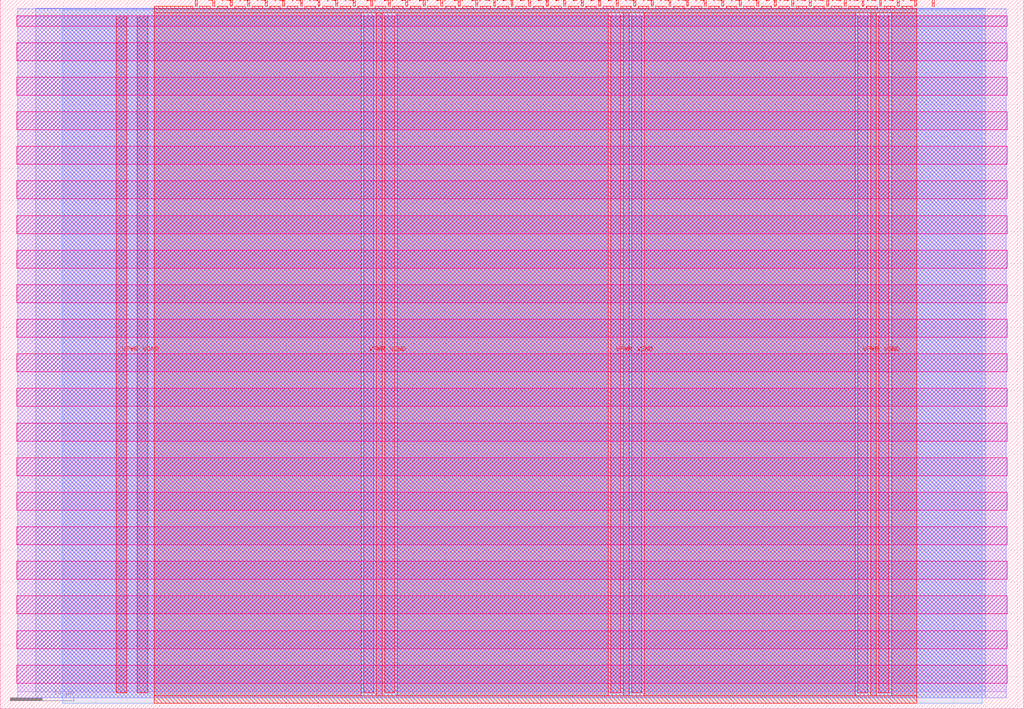
<source format=lef>
VERSION 5.7 ;
  NOWIREEXTENSIONATPIN ON ;
  DIVIDERCHAR "/" ;
  BUSBITCHARS "[]" ;
MACRO tt_um_vga_glyph_mode
  CLASS BLOCK ;
  FOREIGN tt_um_vga_glyph_mode ;
  ORIGIN 0.000 0.000 ;
  SIZE 161.000 BY 111.520 ;
  PIN VGND
    DIRECTION INOUT ;
    USE GROUND ;
    PORT
      LAYER met4 ;
        RECT 21.580 2.480 23.180 109.040 ;
    END
    PORT
      LAYER met4 ;
        RECT 60.450 2.480 62.050 109.040 ;
    END
    PORT
      LAYER met4 ;
        RECT 99.320 2.480 100.920 109.040 ;
    END
    PORT
      LAYER met4 ;
        RECT 138.190 2.480 139.790 109.040 ;
    END
  END VGND
  PIN VPWR
    DIRECTION INOUT ;
    USE POWER ;
    PORT
      LAYER met4 ;
        RECT 18.280 2.480 19.880 109.040 ;
    END
    PORT
      LAYER met4 ;
        RECT 57.150 2.480 58.750 109.040 ;
    END
    PORT
      LAYER met4 ;
        RECT 96.020 2.480 97.620 109.040 ;
    END
    PORT
      LAYER met4 ;
        RECT 134.890 2.480 136.490 109.040 ;
    END
  END VPWR
  PIN clk
    DIRECTION INPUT ;
    USE SIGNAL ;
    ANTENNAGATEAREA 0.852000 ;
    PORT
      LAYER met4 ;
        RECT 143.830 110.520 144.130 111.520 ;
    END
  END clk
  PIN ena
    DIRECTION INPUT ;
    USE SIGNAL ;
    PORT
      LAYER met4 ;
        RECT 146.590 110.520 146.890 111.520 ;
    END
  END ena
  PIN rst_n
    DIRECTION INPUT ;
    USE SIGNAL ;
    ANTENNAGATEAREA 0.196500 ;
    PORT
      LAYER met4 ;
        RECT 141.070 110.520 141.370 111.520 ;
    END
  END rst_n
  PIN ui_in[0]
    DIRECTION INPUT ;
    USE SIGNAL ;
    ANTENNAGATEAREA 0.196500 ;
    PORT
      LAYER met4 ;
        RECT 138.310 110.520 138.610 111.520 ;
    END
  END ui_in[0]
  PIN ui_in[1]
    DIRECTION INPUT ;
    USE SIGNAL ;
    ANTENNAGATEAREA 0.159000 ;
    PORT
      LAYER met4 ;
        RECT 135.550 110.520 135.850 111.520 ;
    END
  END ui_in[1]
  PIN ui_in[2]
    DIRECTION INPUT ;
    USE SIGNAL ;
    PORT
      LAYER met4 ;
        RECT 132.790 110.520 133.090 111.520 ;
    END
  END ui_in[2]
  PIN ui_in[3]
    DIRECTION INPUT ;
    USE SIGNAL ;
    PORT
      LAYER met4 ;
        RECT 130.030 110.520 130.330 111.520 ;
    END
  END ui_in[3]
  PIN ui_in[4]
    DIRECTION INPUT ;
    USE SIGNAL ;
    PORT
      LAYER met4 ;
        RECT 127.270 110.520 127.570 111.520 ;
    END
  END ui_in[4]
  PIN ui_in[5]
    DIRECTION INPUT ;
    USE SIGNAL ;
    PORT
      LAYER met4 ;
        RECT 124.510 110.520 124.810 111.520 ;
    END
  END ui_in[5]
  PIN ui_in[6]
    DIRECTION INPUT ;
    USE SIGNAL ;
    PORT
      LAYER met4 ;
        RECT 121.750 110.520 122.050 111.520 ;
    END
  END ui_in[6]
  PIN ui_in[7]
    DIRECTION INPUT ;
    USE SIGNAL ;
    PORT
      LAYER met4 ;
        RECT 118.990 110.520 119.290 111.520 ;
    END
  END ui_in[7]
  PIN uio_in[0]
    DIRECTION INPUT ;
    USE SIGNAL ;
    PORT
      LAYER met4 ;
        RECT 116.230 110.520 116.530 111.520 ;
    END
  END uio_in[0]
  PIN uio_in[1]
    DIRECTION INPUT ;
    USE SIGNAL ;
    PORT
      LAYER met4 ;
        RECT 113.470 110.520 113.770 111.520 ;
    END
  END uio_in[1]
  PIN uio_in[2]
    DIRECTION INPUT ;
    USE SIGNAL ;
    PORT
      LAYER met4 ;
        RECT 110.710 110.520 111.010 111.520 ;
    END
  END uio_in[2]
  PIN uio_in[3]
    DIRECTION INPUT ;
    USE SIGNAL ;
    PORT
      LAYER met4 ;
        RECT 107.950 110.520 108.250 111.520 ;
    END
  END uio_in[3]
  PIN uio_in[4]
    DIRECTION INPUT ;
    USE SIGNAL ;
    PORT
      LAYER met4 ;
        RECT 105.190 110.520 105.490 111.520 ;
    END
  END uio_in[4]
  PIN uio_in[5]
    DIRECTION INPUT ;
    USE SIGNAL ;
    PORT
      LAYER met4 ;
        RECT 102.430 110.520 102.730 111.520 ;
    END
  END uio_in[5]
  PIN uio_in[6]
    DIRECTION INPUT ;
    USE SIGNAL ;
    PORT
      LAYER met4 ;
        RECT 99.670 110.520 99.970 111.520 ;
    END
  END uio_in[6]
  PIN uio_in[7]
    DIRECTION INPUT ;
    USE SIGNAL ;
    PORT
      LAYER met4 ;
        RECT 96.910 110.520 97.210 111.520 ;
    END
  END uio_in[7]
  PIN uio_oe[0]
    DIRECTION OUTPUT ;
    USE SIGNAL ;
    ANTENNADIFFAREA 0.445500 ;
    PORT
      LAYER met4 ;
        RECT 49.990 110.520 50.290 111.520 ;
    END
  END uio_oe[0]
  PIN uio_oe[1]
    DIRECTION OUTPUT ;
    USE SIGNAL ;
    ANTENNADIFFAREA 0.445500 ;
    PORT
      LAYER met4 ;
        RECT 47.230 110.520 47.530 111.520 ;
    END
  END uio_oe[1]
  PIN uio_oe[2]
    DIRECTION OUTPUT ;
    USE SIGNAL ;
    ANTENNADIFFAREA 0.445500 ;
    PORT
      LAYER met4 ;
        RECT 44.470 110.520 44.770 111.520 ;
    END
  END uio_oe[2]
  PIN uio_oe[3]
    DIRECTION OUTPUT ;
    USE SIGNAL ;
    ANTENNADIFFAREA 0.445500 ;
    PORT
      LAYER met4 ;
        RECT 41.710 110.520 42.010 111.520 ;
    END
  END uio_oe[3]
  PIN uio_oe[4]
    DIRECTION OUTPUT ;
    USE SIGNAL ;
    ANTENNADIFFAREA 0.445500 ;
    PORT
      LAYER met4 ;
        RECT 38.950 110.520 39.250 111.520 ;
    END
  END uio_oe[4]
  PIN uio_oe[5]
    DIRECTION OUTPUT ;
    USE SIGNAL ;
    ANTENNADIFFAREA 0.445500 ;
    PORT
      LAYER met4 ;
        RECT 36.190 110.520 36.490 111.520 ;
    END
  END uio_oe[5]
  PIN uio_oe[6]
    DIRECTION OUTPUT ;
    USE SIGNAL ;
    ANTENNADIFFAREA 0.445500 ;
    PORT
      LAYER met4 ;
        RECT 33.430 110.520 33.730 111.520 ;
    END
  END uio_oe[6]
  PIN uio_oe[7]
    DIRECTION OUTPUT ;
    USE SIGNAL ;
    ANTENNADIFFAREA 0.445500 ;
    PORT
      LAYER met4 ;
        RECT 30.670 110.520 30.970 111.520 ;
    END
  END uio_oe[7]
  PIN uio_out[0]
    DIRECTION OUTPUT ;
    USE SIGNAL ;
    ANTENNADIFFAREA 0.445500 ;
    PORT
      LAYER met4 ;
        RECT 72.070 110.520 72.370 111.520 ;
    END
  END uio_out[0]
  PIN uio_out[1]
    DIRECTION OUTPUT ;
    USE SIGNAL ;
    ANTENNADIFFAREA 0.445500 ;
    PORT
      LAYER met4 ;
        RECT 69.310 110.520 69.610 111.520 ;
    END
  END uio_out[1]
  PIN uio_out[2]
    DIRECTION OUTPUT ;
    USE SIGNAL ;
    ANTENNADIFFAREA 0.445500 ;
    PORT
      LAYER met4 ;
        RECT 66.550 110.520 66.850 111.520 ;
    END
  END uio_out[2]
  PIN uio_out[3]
    DIRECTION OUTPUT ;
    USE SIGNAL ;
    ANTENNADIFFAREA 0.445500 ;
    PORT
      LAYER met4 ;
        RECT 63.790 110.520 64.090 111.520 ;
    END
  END uio_out[3]
  PIN uio_out[4]
    DIRECTION OUTPUT ;
    USE SIGNAL ;
    ANTENNADIFFAREA 0.445500 ;
    PORT
      LAYER met4 ;
        RECT 61.030 110.520 61.330 111.520 ;
    END
  END uio_out[4]
  PIN uio_out[5]
    DIRECTION OUTPUT ;
    USE SIGNAL ;
    ANTENNADIFFAREA 0.445500 ;
    PORT
      LAYER met4 ;
        RECT 58.270 110.520 58.570 111.520 ;
    END
  END uio_out[5]
  PIN uio_out[6]
    DIRECTION OUTPUT ;
    USE SIGNAL ;
    ANTENNADIFFAREA 0.445500 ;
    PORT
      LAYER met4 ;
        RECT 55.510 110.520 55.810 111.520 ;
    END
  END uio_out[6]
  PIN uio_out[7]
    DIRECTION OUTPUT ;
    USE SIGNAL ;
    ANTENNADIFFAREA 0.445500 ;
    PORT
      LAYER met4 ;
        RECT 52.750 110.520 53.050 111.520 ;
    END
  END uio_out[7]
  PIN uo_out[0]
    DIRECTION OUTPUT ;
    USE SIGNAL ;
    ANTENNADIFFAREA 0.924000 ;
    PORT
      LAYER met4 ;
        RECT 94.150 110.520 94.450 111.520 ;
    END
  END uo_out[0]
  PIN uo_out[1]
    DIRECTION OUTPUT ;
    USE SIGNAL ;
    ANTENNADIFFAREA 0.891000 ;
    PORT
      LAYER met4 ;
        RECT 91.390 110.520 91.690 111.520 ;
    END
  END uo_out[1]
  PIN uo_out[2]
    DIRECTION OUTPUT ;
    USE SIGNAL ;
    ANTENNADIFFAREA 0.924000 ;
    PORT
      LAYER met4 ;
        RECT 88.630 110.520 88.930 111.520 ;
    END
  END uo_out[2]
  PIN uo_out[3]
    DIRECTION OUTPUT ;
    USE SIGNAL ;
    ANTENNADIFFAREA 0.445500 ;
    PORT
      LAYER met4 ;
        RECT 85.870 110.520 86.170 111.520 ;
    END
  END uo_out[3]
  PIN uo_out[4]
    DIRECTION OUTPUT ;
    USE SIGNAL ;
    ANTENNADIFFAREA 0.924000 ;
    PORT
      LAYER met4 ;
        RECT 83.110 110.520 83.410 111.520 ;
    END
  END uo_out[4]
  PIN uo_out[5]
    DIRECTION OUTPUT ;
    USE SIGNAL ;
    ANTENNADIFFAREA 0.924000 ;
    PORT
      LAYER met4 ;
        RECT 80.350 110.520 80.650 111.520 ;
    END
  END uo_out[5]
  PIN uo_out[6]
    DIRECTION OUTPUT ;
    USE SIGNAL ;
    ANTENNADIFFAREA 0.924000 ;
    PORT
      LAYER met4 ;
        RECT 77.590 110.520 77.890 111.520 ;
    END
  END uo_out[6]
  PIN uo_out[7]
    DIRECTION OUTPUT ;
    USE SIGNAL ;
    ANTENNADIFFAREA 0.445500 ;
    PORT
      LAYER met4 ;
        RECT 74.830 110.520 75.130 111.520 ;
    END
  END uo_out[7]
  OBS
      LAYER nwell ;
        RECT 2.570 107.385 158.430 108.990 ;
        RECT 2.570 101.945 158.430 104.775 ;
        RECT 2.570 96.505 158.430 99.335 ;
        RECT 2.570 91.065 158.430 93.895 ;
        RECT 2.570 85.625 158.430 88.455 ;
        RECT 2.570 80.185 158.430 83.015 ;
        RECT 2.570 74.745 158.430 77.575 ;
        RECT 2.570 69.305 158.430 72.135 ;
        RECT 2.570 63.865 158.430 66.695 ;
        RECT 2.570 58.425 158.430 61.255 ;
        RECT 2.570 52.985 158.430 55.815 ;
        RECT 2.570 47.545 158.430 50.375 ;
        RECT 2.570 42.105 158.430 44.935 ;
        RECT 2.570 36.665 158.430 39.495 ;
        RECT 2.570 31.225 158.430 34.055 ;
        RECT 2.570 25.785 158.430 28.615 ;
        RECT 2.570 20.345 158.430 23.175 ;
        RECT 2.570 14.905 158.430 17.735 ;
        RECT 2.570 9.465 158.430 12.295 ;
        RECT 2.570 4.025 158.430 6.855 ;
      LAYER li1 ;
        RECT 2.760 2.635 158.240 108.885 ;
      LAYER met1 ;
        RECT 2.760 1.740 158.240 110.120 ;
      LAYER met2 ;
        RECT 5.620 1.710 154.920 110.150 ;
      LAYER met3 ;
        RECT 9.725 0.860 154.495 109.985 ;
      LAYER met4 ;
        RECT 24.215 110.120 30.270 110.520 ;
        RECT 31.370 110.120 33.030 110.520 ;
        RECT 34.130 110.120 35.790 110.520 ;
        RECT 36.890 110.120 38.550 110.520 ;
        RECT 39.650 110.120 41.310 110.520 ;
        RECT 42.410 110.120 44.070 110.520 ;
        RECT 45.170 110.120 46.830 110.520 ;
        RECT 47.930 110.120 49.590 110.520 ;
        RECT 50.690 110.120 52.350 110.520 ;
        RECT 53.450 110.120 55.110 110.520 ;
        RECT 56.210 110.120 57.870 110.520 ;
        RECT 58.970 110.120 60.630 110.520 ;
        RECT 61.730 110.120 63.390 110.520 ;
        RECT 64.490 110.120 66.150 110.520 ;
        RECT 67.250 110.120 68.910 110.520 ;
        RECT 70.010 110.120 71.670 110.520 ;
        RECT 72.770 110.120 74.430 110.520 ;
        RECT 75.530 110.120 77.190 110.520 ;
        RECT 78.290 110.120 79.950 110.520 ;
        RECT 81.050 110.120 82.710 110.520 ;
        RECT 83.810 110.120 85.470 110.520 ;
        RECT 86.570 110.120 88.230 110.520 ;
        RECT 89.330 110.120 90.990 110.520 ;
        RECT 92.090 110.120 93.750 110.520 ;
        RECT 94.850 110.120 96.510 110.520 ;
        RECT 97.610 110.120 99.270 110.520 ;
        RECT 100.370 110.120 102.030 110.520 ;
        RECT 103.130 110.120 104.790 110.520 ;
        RECT 105.890 110.120 107.550 110.520 ;
        RECT 108.650 110.120 110.310 110.520 ;
        RECT 111.410 110.120 113.070 110.520 ;
        RECT 114.170 110.120 115.830 110.520 ;
        RECT 116.930 110.120 118.590 110.520 ;
        RECT 119.690 110.120 121.350 110.520 ;
        RECT 122.450 110.120 124.110 110.520 ;
        RECT 125.210 110.120 126.870 110.520 ;
        RECT 127.970 110.120 129.630 110.520 ;
        RECT 130.730 110.120 132.390 110.520 ;
        RECT 133.490 110.120 135.150 110.520 ;
        RECT 136.250 110.120 137.910 110.520 ;
        RECT 139.010 110.120 140.670 110.520 ;
        RECT 141.770 110.120 143.430 110.520 ;
        RECT 24.215 109.440 144.145 110.120 ;
        RECT 24.215 2.080 56.750 109.440 ;
        RECT 59.150 2.080 60.050 109.440 ;
        RECT 62.450 2.080 95.620 109.440 ;
        RECT 98.020 2.080 98.920 109.440 ;
        RECT 101.320 2.080 134.490 109.440 ;
        RECT 136.890 2.080 137.790 109.440 ;
        RECT 140.190 2.080 144.145 109.440 ;
        RECT 24.215 0.855 144.145 2.080 ;
  END
END tt_um_vga_glyph_mode
END LIBRARY


</source>
